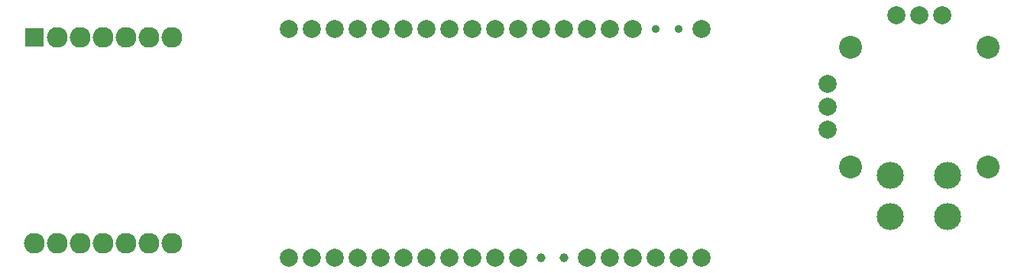
<source format=gbr>
G04 #@! TF.FileFunction,Copper,L2,Bot,Signal*
%FSLAX46Y46*%
G04 Gerber Fmt 4.6, Leading zero omitted, Abs format (unit mm)*
G04 Created by KiCad (PCBNEW 4.0.7) date 02/27/18 16:38:18*
%MOMM*%
%LPD*%
G01*
G04 APERTURE LIST*
%ADD10C,0.100000*%
%ADD11C,2.000000*%
%ADD12C,0.900000*%
%ADD13C,1.000000*%
%ADD14O,3.000000X3.000000*%
%ADD15C,2.540000*%
%ADD16R,2.000000X2.000000*%
%ADD17O,2.300000X2.300000*%
G04 APERTURE END LIST*
D10*
D11*
X151140000Y-74050000D03*
X153680000Y-74050000D03*
X156220000Y-74050000D03*
X158760000Y-74050000D03*
X161300000Y-74050000D03*
X163840000Y-74050000D03*
X166380000Y-74050000D03*
X168920000Y-74050000D03*
X171460000Y-74050000D03*
X174000000Y-74050000D03*
X176540000Y-74050000D03*
X179080000Y-74050000D03*
X181620000Y-74050000D03*
X184160000Y-74050000D03*
X186700000Y-74050000D03*
X189240000Y-74050000D03*
D12*
X191780000Y-74050000D03*
X194320000Y-74050000D03*
D11*
X196860000Y-74050000D03*
X151140000Y-99450000D03*
X153680000Y-99450000D03*
X156220000Y-99450000D03*
X158760000Y-99450000D03*
X161300000Y-99450000D03*
X163840000Y-99450000D03*
X166380000Y-99450000D03*
X168920000Y-99450000D03*
X171460000Y-99450000D03*
X174000000Y-99450000D03*
X176540000Y-99450000D03*
D13*
X179080000Y-99450000D03*
X181620000Y-99450000D03*
D11*
X184160000Y-99450000D03*
X186700000Y-99450000D03*
X189240000Y-99450000D03*
X191780000Y-99450000D03*
X194320000Y-99450000D03*
X196860000Y-99450000D03*
D14*
X217825000Y-94868340D03*
X224175000Y-94868340D03*
X217825000Y-90370000D03*
X224175000Y-90370000D03*
D11*
X218460000Y-72590000D03*
X221000000Y-72590000D03*
X223540000Y-72590000D03*
D15*
X213380000Y-89417500D03*
X213380000Y-76082500D03*
X228620000Y-76082500D03*
X228620000Y-89417500D03*
D11*
X210840000Y-85290000D03*
X210840000Y-82750000D03*
X210840000Y-80210000D03*
D16*
X123000000Y-75000000D03*
D17*
X125540000Y-75000000D03*
X138240000Y-97872700D03*
X128080000Y-75000000D03*
X135700000Y-97872700D03*
X130620000Y-75000000D03*
X133160000Y-97872700D03*
X133160000Y-75000000D03*
X130620000Y-97872700D03*
X135700000Y-75000000D03*
X128080000Y-97872700D03*
X138240000Y-75000000D03*
X125540000Y-97872700D03*
X123000000Y-97872700D03*
M02*

</source>
